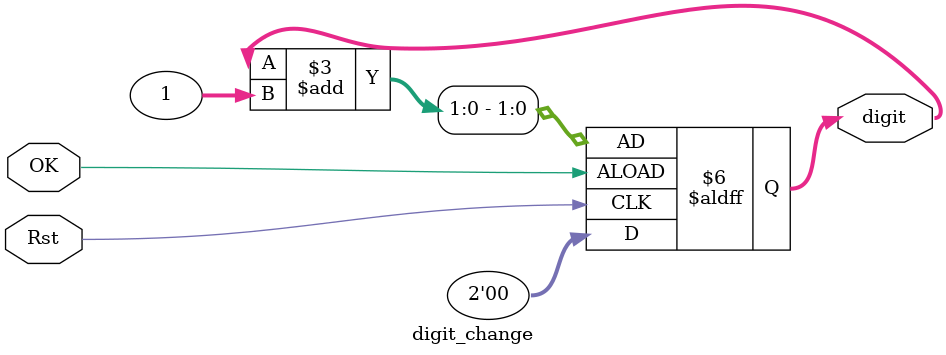
<source format=v>
`timescale 1ns / 1ps


module digit_change(
    input OK,
    input Rst,
    output reg [1:0] digit
    );
    initial 
    begin
      digit = 0;
    end
    always @(posedge OK or posedge Rst)
    begin
      if (OK == 1)
      begin
        digit <= digit + 1;
      end
      else if (Rst == 1)
      begin
        digit <= 0;
      end
    end
endmodule

</source>
